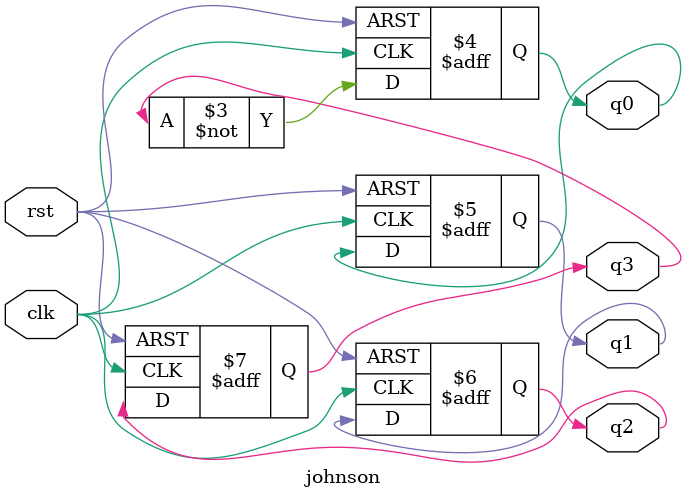
<source format=v>
/*

*/

/*
johnson
Inputs:
Outputs:
Description:   
Author:
Written On:
*/
module johnson(q0, q1, q2, q3, clk, rst);
	input clk, rst;
	output reg q0, q1, q2, q3;
		
	always@ (negedge rst or posedge clk) begin
		if(!rst) {q0, q1, q2, q3} = {4'b0};
		else begin
			q0 <= ~q3;
			q1 <= q0;
			q2 <= q1;
			q3 <= q2;
		end
	end
	
endmodule
	
</source>
